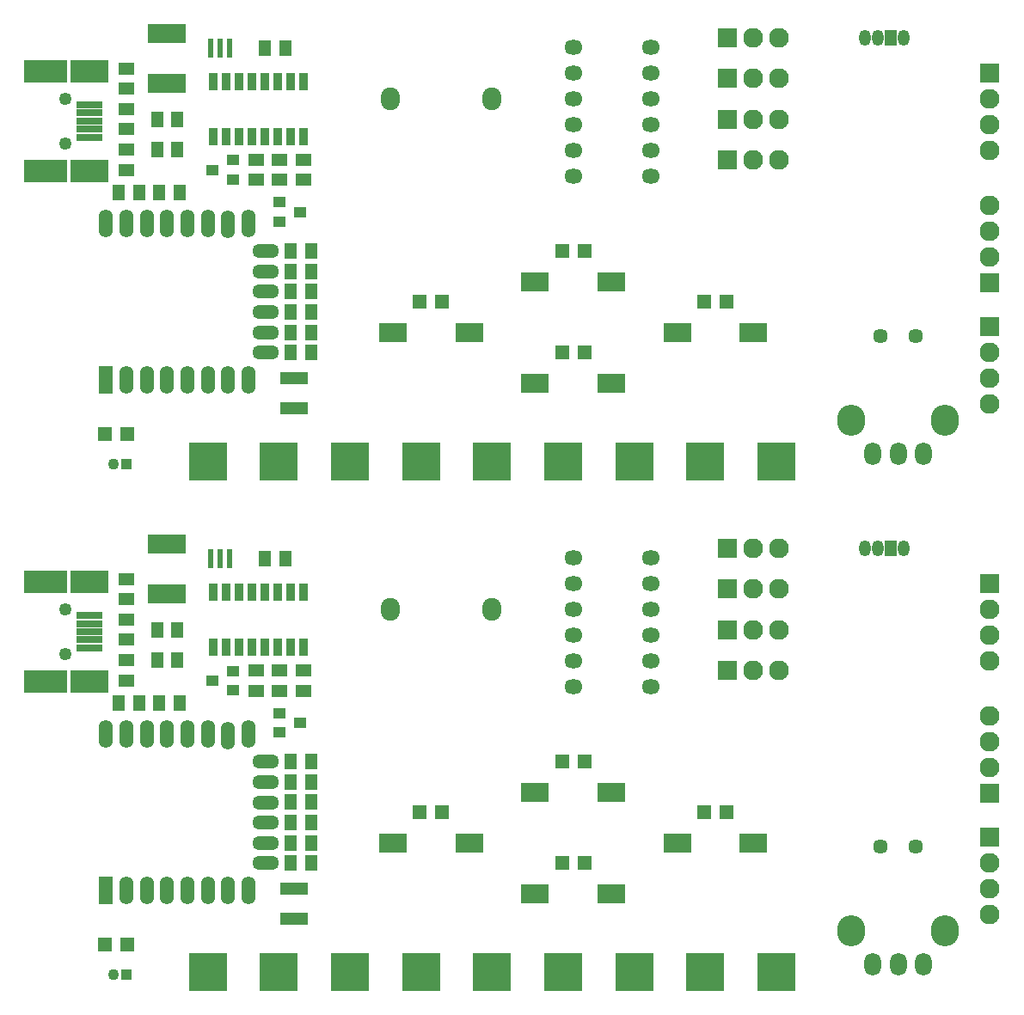
<source format=gts>
G04 #@! TF.GenerationSoftware,KiCad,Pcbnew,no-vcs-found-7650~57~ubuntu14.04.1*
G04 #@! TF.CreationDate,2017-02-13T23:40:00+01:00*
G04 #@! TF.ProjectId,Wifi_PB_panel,576966695F50425F70616E656C2E6B69,V0.1*
G04 #@! TF.FileFunction,Soldermask,Top*
G04 #@! TF.FilePolarity,Negative*
%FSLAX46Y46*%
G04 Gerber Fmt 4.6, Leading zero omitted, Abs format (unit mm)*
G04 Created by KiCad (PCBNEW no-vcs-found-7650~57~ubuntu14.04.1) date Mon Feb 13 23:40:00 2017*
%MOMM*%
%LPD*%
G01*
G04 APERTURE LIST*
%ADD10C,0.100000*%
%ADD11R,1.554000X1.254000*%
%ADD12O,1.854000X2.254000*%
%ADD13R,2.754000X1.854000*%
%ADD14R,1.954000X1.954000*%
%ADD15O,1.954000X1.954000*%
%ADD16R,1.504000X1.254000*%
%ADD17O,1.778000X1.454000*%
%ADD18R,1.354000X2.754000*%
%ADD19O,1.354000X2.754000*%
%ADD20O,2.654000X1.354000*%
%ADD21O,1.154000X1.554000*%
%ADD22R,1.154000X1.554000*%
%ADD23R,1.454000X1.454000*%
%ADD24R,1.254000X1.554000*%
%ADD25R,1.154000X1.054000*%
%ADD26R,3.754000X1.854000*%
%ADD27R,1.104000X1.104000*%
%ADD28C,1.104000*%
%ADD29R,3.754000X3.754000*%
%ADD30C,1.454000*%
%ADD31R,0.554000X1.854000*%
%ADD32O,2.754000X3.054000*%
%ADD33O,1.654000X2.254000*%
%ADD34R,0.854000X1.754000*%
%ADD35R,1.254000X1.504000*%
%ADD36R,2.504000X0.754000*%
%ADD37C,1.254000*%
%ADD38R,3.754000X2.304000*%
%ADD39R,4.254000X2.304000*%
%ADD40R,2.754000X1.254000*%
G04 APERTURE END LIST*
D10*
D11*
X126075000Y-99300000D03*
X126075000Y-97300000D03*
D12*
X137000000Y-91300000D03*
X147000000Y-91300000D03*
D13*
X172750000Y-114300000D03*
X165250000Y-114300000D03*
X151250000Y-119300000D03*
X158750000Y-119300000D03*
D14*
X170210000Y-89300000D03*
D15*
X172750000Y-89300000D03*
X175290000Y-89300000D03*
D16*
X111000000Y-94300000D03*
X111000000Y-92300000D03*
D17*
X162620000Y-98920000D03*
X162620000Y-96380000D03*
X162620000Y-93840000D03*
X162620000Y-91300000D03*
X162620000Y-88760000D03*
X162620000Y-86220000D03*
X155000000Y-98920000D03*
X155000000Y-96380000D03*
X155000000Y-93840000D03*
X155000000Y-91300000D03*
X155000000Y-88760000D03*
X155000000Y-86220000D03*
D11*
X123750000Y-99300000D03*
X123750000Y-97300000D03*
D18*
X109000000Y-119000000D03*
D19*
X111000000Y-119000000D03*
X113000000Y-119000000D03*
X115000000Y-119000000D03*
X117000000Y-119000000D03*
X119000000Y-119000000D03*
X121000000Y-119000000D03*
X123000000Y-119000000D03*
D20*
X124750000Y-116310000D03*
X124750000Y-114310000D03*
X124750000Y-112310000D03*
X124750000Y-110310000D03*
X124750000Y-108310000D03*
X124750000Y-106310000D03*
D19*
X123000000Y-103600000D03*
X121000000Y-103700000D03*
X119000000Y-103600000D03*
X117000000Y-103600000D03*
X115000000Y-103600000D03*
X113000000Y-103600000D03*
X111000000Y-103600000D03*
X109000000Y-103600000D03*
D21*
X187540000Y-85300000D03*
X183730000Y-85300000D03*
D22*
X186270000Y-85300000D03*
D21*
X185000000Y-85300000D03*
D23*
X153900000Y-116300000D03*
X156100000Y-116300000D03*
D24*
X129200000Y-114300000D03*
X127200000Y-114300000D03*
D14*
X196000000Y-88760000D03*
D15*
X196000000Y-91300000D03*
X196000000Y-93840000D03*
X196000000Y-96380000D03*
D24*
X114250000Y-100550000D03*
X116250000Y-100550000D03*
X112250000Y-100550000D03*
X110250000Y-100550000D03*
D14*
X170210000Y-97300000D03*
D15*
X172750000Y-97300000D03*
X175290000Y-97300000D03*
D25*
X128075000Y-102450000D03*
X126075000Y-103400000D03*
X126075000Y-101500000D03*
D26*
X115000000Y-89738400D03*
X115000000Y-84861600D03*
D27*
X111000000Y-127300000D03*
D28*
X109750000Y-127300000D03*
D29*
X126000000Y-127000000D03*
X147000000Y-127000000D03*
X140000000Y-127000000D03*
X133000000Y-127000000D03*
D25*
X121500000Y-99250000D03*
X121500000Y-97350000D03*
X119500000Y-98300000D03*
D23*
X153900000Y-106300000D03*
X156100000Y-106300000D03*
D16*
X111000000Y-88300000D03*
X111000000Y-90300000D03*
D29*
X154000000Y-127000000D03*
D30*
X185280000Y-114660000D03*
X188680000Y-114660000D03*
D31*
X119250000Y-86300000D03*
X120200000Y-86300000D03*
X121150000Y-86300000D03*
D23*
X170100000Y-111300000D03*
X167900000Y-111300000D03*
D15*
X175290000Y-93300000D03*
X172750000Y-93300000D03*
D14*
X170210000Y-93300000D03*
D16*
X128450000Y-97300000D03*
X128450000Y-99300000D03*
D13*
X144750000Y-114300000D03*
X137250000Y-114300000D03*
X151250000Y-109300000D03*
X158750000Y-109300000D03*
D14*
X196000000Y-109400000D03*
D15*
X196000000Y-106860000D03*
X196000000Y-104320000D03*
X196000000Y-101780000D03*
D23*
X142100000Y-111300000D03*
X139900000Y-111300000D03*
D32*
X191600000Y-123000000D03*
X182400000Y-123000000D03*
D33*
X189500000Y-126300000D03*
X184500000Y-126300000D03*
X187000000Y-126300000D03*
D23*
X108900000Y-124300000D03*
X111100000Y-124300000D03*
D16*
X111000000Y-96300000D03*
X111000000Y-98300000D03*
D34*
X128445000Y-89600000D03*
X127175000Y-89600000D03*
X125905000Y-89600000D03*
X124635000Y-89600000D03*
X123365000Y-89600000D03*
X122095000Y-89600000D03*
X120825000Y-89600000D03*
X119555000Y-89600000D03*
X119555000Y-95000000D03*
X120825000Y-95000000D03*
X122095000Y-95000000D03*
X123365000Y-95000000D03*
X124635000Y-95000000D03*
X125905000Y-95000000D03*
X127175000Y-95000000D03*
X128445000Y-95000000D03*
D35*
X129200000Y-112300000D03*
X127200000Y-112300000D03*
X124630000Y-86290000D03*
X126630000Y-86290000D03*
D15*
X175290000Y-85300000D03*
X172750000Y-85300000D03*
D14*
X170210000Y-85300000D03*
D24*
X127200000Y-106300000D03*
X129200000Y-106300000D03*
X129200000Y-108300000D03*
X127200000Y-108300000D03*
X127200000Y-110300000D03*
X129200000Y-110300000D03*
X127200000Y-116300000D03*
X129200000Y-116300000D03*
X116000000Y-96300000D03*
X114000000Y-96300000D03*
X114000000Y-93300000D03*
X116000000Y-93300000D03*
D15*
X196000000Y-121380000D03*
X196000000Y-118840000D03*
X196000000Y-116300000D03*
D14*
X196000000Y-113760000D03*
D29*
X119000000Y-127000000D03*
D36*
X107325000Y-93500000D03*
X107325000Y-92700000D03*
X107325000Y-91900000D03*
X107325000Y-94300000D03*
X107325000Y-95100000D03*
D37*
X105000000Y-95700000D03*
X105000000Y-91300000D03*
D38*
X107325000Y-88575000D03*
X107325000Y-98425000D03*
D39*
X103075000Y-88575000D03*
X103075000Y-98425000D03*
D40*
X127500000Y-118800000D03*
X127500000Y-121800000D03*
D29*
X175000000Y-127000000D03*
X168000000Y-127000000D03*
X161000000Y-127000000D03*
D17*
X155000000Y-35920000D03*
X155000000Y-38460000D03*
X155000000Y-41000000D03*
X155000000Y-43540000D03*
X155000000Y-46080000D03*
X155000000Y-48620000D03*
X162620000Y-35920000D03*
X162620000Y-38460000D03*
X162620000Y-41000000D03*
X162620000Y-43540000D03*
X162620000Y-46080000D03*
X162620000Y-48620000D03*
D34*
X128445000Y-44700000D03*
X127175000Y-44700000D03*
X125905000Y-44700000D03*
X124635000Y-44700000D03*
X123365000Y-44700000D03*
X122095000Y-44700000D03*
X120825000Y-44700000D03*
X119555000Y-44700000D03*
X119555000Y-39300000D03*
X120825000Y-39300000D03*
X122095000Y-39300000D03*
X123365000Y-39300000D03*
X124635000Y-39300000D03*
X125905000Y-39300000D03*
X127175000Y-39300000D03*
X128445000Y-39300000D03*
D19*
X109000000Y-53300000D03*
X111000000Y-53300000D03*
X113000000Y-53300000D03*
X115000000Y-53300000D03*
X117000000Y-53300000D03*
X119000000Y-53300000D03*
X121000000Y-53400000D03*
X123000000Y-53300000D03*
D20*
X124750000Y-56010000D03*
X124750000Y-58010000D03*
X124750000Y-60010000D03*
X124750000Y-62010000D03*
X124750000Y-64010000D03*
X124750000Y-66010000D03*
D19*
X123000000Y-68700000D03*
X121000000Y-68700000D03*
X119000000Y-68700000D03*
X117000000Y-68700000D03*
X115000000Y-68700000D03*
X113000000Y-68700000D03*
X111000000Y-68700000D03*
D18*
X109000000Y-68700000D03*
D12*
X147000000Y-41000000D03*
X137000000Y-41000000D03*
D16*
X128450000Y-49000000D03*
X128450000Y-47000000D03*
D35*
X126630000Y-35990000D03*
X124630000Y-35990000D03*
X127200000Y-62000000D03*
X129200000Y-62000000D03*
D40*
X127500000Y-71500000D03*
X127500000Y-68500000D03*
D16*
X111000000Y-40000000D03*
X111000000Y-38000000D03*
X111000000Y-42000000D03*
X111000000Y-44000000D03*
X111000000Y-48000000D03*
X111000000Y-46000000D03*
D23*
X111100000Y-74000000D03*
X108900000Y-74000000D03*
X139900000Y-61000000D03*
X142100000Y-61000000D03*
X156100000Y-56000000D03*
X153900000Y-56000000D03*
X167900000Y-61000000D03*
X170100000Y-61000000D03*
X156100000Y-66000000D03*
X153900000Y-66000000D03*
D21*
X185000000Y-35000000D03*
D22*
X186270000Y-35000000D03*
D21*
X183730000Y-35000000D03*
X187540000Y-35000000D03*
D14*
X170210000Y-35000000D03*
D15*
X172750000Y-35000000D03*
X175290000Y-35000000D03*
X175290000Y-39000000D03*
X172750000Y-39000000D03*
D14*
X170210000Y-39000000D03*
X170210000Y-43000000D03*
D15*
X172750000Y-43000000D03*
X175290000Y-43000000D03*
X175290000Y-47000000D03*
X172750000Y-47000000D03*
D14*
X170210000Y-47000000D03*
D29*
X126000000Y-76700000D03*
X133000000Y-76700000D03*
X140000000Y-76700000D03*
X147000000Y-76700000D03*
X119000000Y-76700000D03*
D14*
X196000000Y-63460000D03*
D15*
X196000000Y-66000000D03*
X196000000Y-68540000D03*
X196000000Y-71080000D03*
X196000000Y-46080000D03*
X196000000Y-43540000D03*
X196000000Y-41000000D03*
D14*
X196000000Y-38460000D03*
D29*
X154000000Y-76700000D03*
X161000000Y-76700000D03*
X168000000Y-76700000D03*
X175000000Y-76700000D03*
D25*
X126075000Y-51200000D03*
X126075000Y-53100000D03*
X128075000Y-52150000D03*
X119500000Y-48000000D03*
X121500000Y-47050000D03*
X121500000Y-48950000D03*
D24*
X129200000Y-60000000D03*
X127200000Y-60000000D03*
X127200000Y-58000000D03*
X129200000Y-58000000D03*
X129200000Y-66000000D03*
X127200000Y-66000000D03*
X127200000Y-64000000D03*
X129200000Y-64000000D03*
X129200000Y-56000000D03*
X127200000Y-56000000D03*
X110250000Y-50250000D03*
X112250000Y-50250000D03*
X116250000Y-50250000D03*
X114250000Y-50250000D03*
D11*
X123750000Y-47000000D03*
X123750000Y-49000000D03*
X126075000Y-47000000D03*
X126075000Y-49000000D03*
D24*
X116000000Y-43000000D03*
X114000000Y-43000000D03*
X114000000Y-46000000D03*
X116000000Y-46000000D03*
D33*
X187000000Y-76000000D03*
X184500000Y-76000000D03*
X189500000Y-76000000D03*
D32*
X182400000Y-72700000D03*
X191600000Y-72700000D03*
D13*
X158750000Y-69000000D03*
X151250000Y-69000000D03*
X165250000Y-64000000D03*
X172750000Y-64000000D03*
X158750000Y-59000000D03*
X151250000Y-59000000D03*
X137250000Y-64000000D03*
X144750000Y-64000000D03*
D26*
X115000000Y-34561600D03*
X115000000Y-39438400D03*
D39*
X103075000Y-48125000D03*
X103075000Y-38275000D03*
D38*
X107325000Y-48125000D03*
X107325000Y-38275000D03*
D37*
X105000000Y-41000000D03*
X105000000Y-45400000D03*
D36*
X107325000Y-44800000D03*
X107325000Y-44000000D03*
X107325000Y-41600000D03*
X107325000Y-42400000D03*
X107325000Y-43200000D03*
D28*
X109750000Y-77000000D03*
D27*
X111000000Y-77000000D03*
D15*
X196000000Y-51480000D03*
X196000000Y-54020000D03*
X196000000Y-56560000D03*
D14*
X196000000Y-59100000D03*
D31*
X121150000Y-36000000D03*
X120200000Y-36000000D03*
X119250000Y-36000000D03*
D30*
X188680000Y-64360000D03*
X185280000Y-64360000D03*
M02*

</source>
